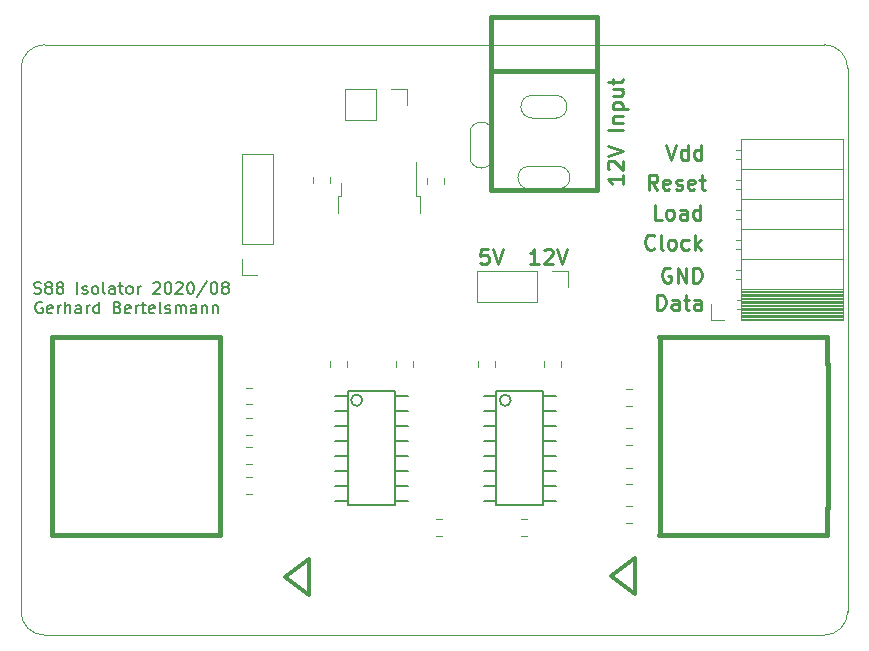
<source format=gto>
G04 #@! TF.GenerationSoftware,KiCad,Pcbnew,5.1.6-c6e7f7d~87~ubuntu18.04.1*
G04 #@! TF.CreationDate,2020-08-30T13:04:45+02:00*
G04 #@! TF.ProjectId,s88iso,73383869-736f-42e6-9b69-6361645f7063,2020/08*
G04 #@! TF.SameCoordinates,Original*
G04 #@! TF.FileFunction,Legend,Top*
G04 #@! TF.FilePolarity,Positive*
%FSLAX46Y46*%
G04 Gerber Fmt 4.6, Leading zero omitted, Abs format (unit mm)*
G04 Created by KiCad (PCBNEW 5.1.6-c6e7f7d~87~ubuntu18.04.1) date 2020-08-30 13:04:45*
%MOMM*%
%LPD*%
G01*
G04 APERTURE LIST*
%ADD10C,0.150000*%
%ADD11C,0.254000*%
%ADD12C,0.300000*%
G04 #@! TA.AperFunction,Profile*
%ADD13C,0.050000*%
G04 #@! TD*
%ADD14C,0.120000*%
%ADD15C,0.381000*%
%ADD16C,0.127000*%
%ADD17C,0.100000*%
G04 APERTURE END LIST*
D10*
X101108904Y-101052761D02*
X101251761Y-101100380D01*
X101489857Y-101100380D01*
X101585095Y-101052761D01*
X101632714Y-101005142D01*
X101680333Y-100909904D01*
X101680333Y-100814666D01*
X101632714Y-100719428D01*
X101585095Y-100671809D01*
X101489857Y-100624190D01*
X101299380Y-100576571D01*
X101204142Y-100528952D01*
X101156523Y-100481333D01*
X101108904Y-100386095D01*
X101108904Y-100290857D01*
X101156523Y-100195619D01*
X101204142Y-100148000D01*
X101299380Y-100100380D01*
X101537476Y-100100380D01*
X101680333Y-100148000D01*
X102251761Y-100528952D02*
X102156523Y-100481333D01*
X102108904Y-100433714D01*
X102061285Y-100338476D01*
X102061285Y-100290857D01*
X102108904Y-100195619D01*
X102156523Y-100148000D01*
X102251761Y-100100380D01*
X102442238Y-100100380D01*
X102537476Y-100148000D01*
X102585095Y-100195619D01*
X102632714Y-100290857D01*
X102632714Y-100338476D01*
X102585095Y-100433714D01*
X102537476Y-100481333D01*
X102442238Y-100528952D01*
X102251761Y-100528952D01*
X102156523Y-100576571D01*
X102108904Y-100624190D01*
X102061285Y-100719428D01*
X102061285Y-100909904D01*
X102108904Y-101005142D01*
X102156523Y-101052761D01*
X102251761Y-101100380D01*
X102442238Y-101100380D01*
X102537476Y-101052761D01*
X102585095Y-101005142D01*
X102632714Y-100909904D01*
X102632714Y-100719428D01*
X102585095Y-100624190D01*
X102537476Y-100576571D01*
X102442238Y-100528952D01*
X103204142Y-100528952D02*
X103108904Y-100481333D01*
X103061285Y-100433714D01*
X103013666Y-100338476D01*
X103013666Y-100290857D01*
X103061285Y-100195619D01*
X103108904Y-100148000D01*
X103204142Y-100100380D01*
X103394619Y-100100380D01*
X103489857Y-100148000D01*
X103537476Y-100195619D01*
X103585095Y-100290857D01*
X103585095Y-100338476D01*
X103537476Y-100433714D01*
X103489857Y-100481333D01*
X103394619Y-100528952D01*
X103204142Y-100528952D01*
X103108904Y-100576571D01*
X103061285Y-100624190D01*
X103013666Y-100719428D01*
X103013666Y-100909904D01*
X103061285Y-101005142D01*
X103108904Y-101052761D01*
X103204142Y-101100380D01*
X103394619Y-101100380D01*
X103489857Y-101052761D01*
X103537476Y-101005142D01*
X103585095Y-100909904D01*
X103585095Y-100719428D01*
X103537476Y-100624190D01*
X103489857Y-100576571D01*
X103394619Y-100528952D01*
X104775571Y-101100380D02*
X104775571Y-100100380D01*
X105204142Y-101052761D02*
X105299380Y-101100380D01*
X105489857Y-101100380D01*
X105585095Y-101052761D01*
X105632714Y-100957523D01*
X105632714Y-100909904D01*
X105585095Y-100814666D01*
X105489857Y-100767047D01*
X105347000Y-100767047D01*
X105251761Y-100719428D01*
X105204142Y-100624190D01*
X105204142Y-100576571D01*
X105251761Y-100481333D01*
X105347000Y-100433714D01*
X105489857Y-100433714D01*
X105585095Y-100481333D01*
X106204142Y-101100380D02*
X106108904Y-101052761D01*
X106061285Y-101005142D01*
X106013666Y-100909904D01*
X106013666Y-100624190D01*
X106061285Y-100528952D01*
X106108904Y-100481333D01*
X106204142Y-100433714D01*
X106347000Y-100433714D01*
X106442238Y-100481333D01*
X106489857Y-100528952D01*
X106537476Y-100624190D01*
X106537476Y-100909904D01*
X106489857Y-101005142D01*
X106442238Y-101052761D01*
X106347000Y-101100380D01*
X106204142Y-101100380D01*
X107108904Y-101100380D02*
X107013666Y-101052761D01*
X106966047Y-100957523D01*
X106966047Y-100100380D01*
X107918428Y-101100380D02*
X107918428Y-100576571D01*
X107870809Y-100481333D01*
X107775571Y-100433714D01*
X107585095Y-100433714D01*
X107489857Y-100481333D01*
X107918428Y-101052761D02*
X107823190Y-101100380D01*
X107585095Y-101100380D01*
X107489857Y-101052761D01*
X107442238Y-100957523D01*
X107442238Y-100862285D01*
X107489857Y-100767047D01*
X107585095Y-100719428D01*
X107823190Y-100719428D01*
X107918428Y-100671809D01*
X108251761Y-100433714D02*
X108632714Y-100433714D01*
X108394619Y-100100380D02*
X108394619Y-100957523D01*
X108442238Y-101052761D01*
X108537476Y-101100380D01*
X108632714Y-101100380D01*
X109108904Y-101100380D02*
X109013666Y-101052761D01*
X108966047Y-101005142D01*
X108918428Y-100909904D01*
X108918428Y-100624190D01*
X108966047Y-100528952D01*
X109013666Y-100481333D01*
X109108904Y-100433714D01*
X109251761Y-100433714D01*
X109347000Y-100481333D01*
X109394619Y-100528952D01*
X109442238Y-100624190D01*
X109442238Y-100909904D01*
X109394619Y-101005142D01*
X109347000Y-101052761D01*
X109251761Y-101100380D01*
X109108904Y-101100380D01*
X109870809Y-101100380D02*
X109870809Y-100433714D01*
X109870809Y-100624190D02*
X109918428Y-100528952D01*
X109966047Y-100481333D01*
X110061285Y-100433714D01*
X110156523Y-100433714D01*
X111204142Y-100195619D02*
X111251761Y-100148000D01*
X111347000Y-100100380D01*
X111585095Y-100100380D01*
X111680333Y-100148000D01*
X111727952Y-100195619D01*
X111775571Y-100290857D01*
X111775571Y-100386095D01*
X111727952Y-100528952D01*
X111156523Y-101100380D01*
X111775571Y-101100380D01*
X112394619Y-100100380D02*
X112489857Y-100100380D01*
X112585095Y-100148000D01*
X112632714Y-100195619D01*
X112680333Y-100290857D01*
X112727952Y-100481333D01*
X112727952Y-100719428D01*
X112680333Y-100909904D01*
X112632714Y-101005142D01*
X112585095Y-101052761D01*
X112489857Y-101100380D01*
X112394619Y-101100380D01*
X112299380Y-101052761D01*
X112251761Y-101005142D01*
X112204142Y-100909904D01*
X112156523Y-100719428D01*
X112156523Y-100481333D01*
X112204142Y-100290857D01*
X112251761Y-100195619D01*
X112299380Y-100148000D01*
X112394619Y-100100380D01*
X113108904Y-100195619D02*
X113156523Y-100148000D01*
X113251761Y-100100380D01*
X113489857Y-100100380D01*
X113585095Y-100148000D01*
X113632714Y-100195619D01*
X113680333Y-100290857D01*
X113680333Y-100386095D01*
X113632714Y-100528952D01*
X113061285Y-101100380D01*
X113680333Y-101100380D01*
X114299380Y-100100380D02*
X114394619Y-100100380D01*
X114489857Y-100148000D01*
X114537476Y-100195619D01*
X114585095Y-100290857D01*
X114632714Y-100481333D01*
X114632714Y-100719428D01*
X114585095Y-100909904D01*
X114537476Y-101005142D01*
X114489857Y-101052761D01*
X114394619Y-101100380D01*
X114299380Y-101100380D01*
X114204142Y-101052761D01*
X114156523Y-101005142D01*
X114108904Y-100909904D01*
X114061285Y-100719428D01*
X114061285Y-100481333D01*
X114108904Y-100290857D01*
X114156523Y-100195619D01*
X114204142Y-100148000D01*
X114299380Y-100100380D01*
X115775571Y-100052761D02*
X114918428Y-101338476D01*
X116299380Y-100100380D02*
X116394619Y-100100380D01*
X116489857Y-100148000D01*
X116537476Y-100195619D01*
X116585095Y-100290857D01*
X116632714Y-100481333D01*
X116632714Y-100719428D01*
X116585095Y-100909904D01*
X116537476Y-101005142D01*
X116489857Y-101052761D01*
X116394619Y-101100380D01*
X116299380Y-101100380D01*
X116204142Y-101052761D01*
X116156523Y-101005142D01*
X116108904Y-100909904D01*
X116061285Y-100719428D01*
X116061285Y-100481333D01*
X116108904Y-100290857D01*
X116156523Y-100195619D01*
X116204142Y-100148000D01*
X116299380Y-100100380D01*
X117204142Y-100528952D02*
X117108904Y-100481333D01*
X117061285Y-100433714D01*
X117013666Y-100338476D01*
X117013666Y-100290857D01*
X117061285Y-100195619D01*
X117108904Y-100148000D01*
X117204142Y-100100380D01*
X117394619Y-100100380D01*
X117489857Y-100148000D01*
X117537476Y-100195619D01*
X117585095Y-100290857D01*
X117585095Y-100338476D01*
X117537476Y-100433714D01*
X117489857Y-100481333D01*
X117394619Y-100528952D01*
X117204142Y-100528952D01*
X117108904Y-100576571D01*
X117061285Y-100624190D01*
X117013666Y-100719428D01*
X117013666Y-100909904D01*
X117061285Y-101005142D01*
X117108904Y-101052761D01*
X117204142Y-101100380D01*
X117394619Y-101100380D01*
X117489857Y-101052761D01*
X117537476Y-101005142D01*
X117585095Y-100909904D01*
X117585095Y-100719428D01*
X117537476Y-100624190D01*
X117489857Y-100576571D01*
X117394619Y-100528952D01*
X101799380Y-101798000D02*
X101704142Y-101750380D01*
X101561285Y-101750380D01*
X101418428Y-101798000D01*
X101323190Y-101893238D01*
X101275571Y-101988476D01*
X101227952Y-102178952D01*
X101227952Y-102321809D01*
X101275571Y-102512285D01*
X101323190Y-102607523D01*
X101418428Y-102702761D01*
X101561285Y-102750380D01*
X101656523Y-102750380D01*
X101799380Y-102702761D01*
X101847000Y-102655142D01*
X101847000Y-102321809D01*
X101656523Y-102321809D01*
X102656523Y-102702761D02*
X102561285Y-102750380D01*
X102370809Y-102750380D01*
X102275571Y-102702761D01*
X102227952Y-102607523D01*
X102227952Y-102226571D01*
X102275571Y-102131333D01*
X102370809Y-102083714D01*
X102561285Y-102083714D01*
X102656523Y-102131333D01*
X102704142Y-102226571D01*
X102704142Y-102321809D01*
X102227952Y-102417047D01*
X103132714Y-102750380D02*
X103132714Y-102083714D01*
X103132714Y-102274190D02*
X103180333Y-102178952D01*
X103227952Y-102131333D01*
X103323190Y-102083714D01*
X103418428Y-102083714D01*
X103751761Y-102750380D02*
X103751761Y-101750380D01*
X104180333Y-102750380D02*
X104180333Y-102226571D01*
X104132714Y-102131333D01*
X104037476Y-102083714D01*
X103894619Y-102083714D01*
X103799380Y-102131333D01*
X103751761Y-102178952D01*
X105085095Y-102750380D02*
X105085095Y-102226571D01*
X105037476Y-102131333D01*
X104942238Y-102083714D01*
X104751761Y-102083714D01*
X104656523Y-102131333D01*
X105085095Y-102702761D02*
X104989857Y-102750380D01*
X104751761Y-102750380D01*
X104656523Y-102702761D01*
X104608904Y-102607523D01*
X104608904Y-102512285D01*
X104656523Y-102417047D01*
X104751761Y-102369428D01*
X104989857Y-102369428D01*
X105085095Y-102321809D01*
X105561285Y-102750380D02*
X105561285Y-102083714D01*
X105561285Y-102274190D02*
X105608904Y-102178952D01*
X105656523Y-102131333D01*
X105751761Y-102083714D01*
X105847000Y-102083714D01*
X106608904Y-102750380D02*
X106608904Y-101750380D01*
X106608904Y-102702761D02*
X106513666Y-102750380D01*
X106323190Y-102750380D01*
X106227952Y-102702761D01*
X106180333Y-102655142D01*
X106132714Y-102559904D01*
X106132714Y-102274190D01*
X106180333Y-102178952D01*
X106227952Y-102131333D01*
X106323190Y-102083714D01*
X106513666Y-102083714D01*
X106608904Y-102131333D01*
X108180333Y-102226571D02*
X108323190Y-102274190D01*
X108370809Y-102321809D01*
X108418428Y-102417047D01*
X108418428Y-102559904D01*
X108370809Y-102655142D01*
X108323190Y-102702761D01*
X108227952Y-102750380D01*
X107847000Y-102750380D01*
X107847000Y-101750380D01*
X108180333Y-101750380D01*
X108275571Y-101798000D01*
X108323190Y-101845619D01*
X108370809Y-101940857D01*
X108370809Y-102036095D01*
X108323190Y-102131333D01*
X108275571Y-102178952D01*
X108180333Y-102226571D01*
X107847000Y-102226571D01*
X109227952Y-102702761D02*
X109132714Y-102750380D01*
X108942238Y-102750380D01*
X108847000Y-102702761D01*
X108799380Y-102607523D01*
X108799380Y-102226571D01*
X108847000Y-102131333D01*
X108942238Y-102083714D01*
X109132714Y-102083714D01*
X109227952Y-102131333D01*
X109275571Y-102226571D01*
X109275571Y-102321809D01*
X108799380Y-102417047D01*
X109704142Y-102750380D02*
X109704142Y-102083714D01*
X109704142Y-102274190D02*
X109751761Y-102178952D01*
X109799380Y-102131333D01*
X109894619Y-102083714D01*
X109989857Y-102083714D01*
X110180333Y-102083714D02*
X110561285Y-102083714D01*
X110323190Y-101750380D02*
X110323190Y-102607523D01*
X110370809Y-102702761D01*
X110466047Y-102750380D01*
X110561285Y-102750380D01*
X111275571Y-102702761D02*
X111180333Y-102750380D01*
X110989857Y-102750380D01*
X110894619Y-102702761D01*
X110847000Y-102607523D01*
X110847000Y-102226571D01*
X110894619Y-102131333D01*
X110989857Y-102083714D01*
X111180333Y-102083714D01*
X111275571Y-102131333D01*
X111323190Y-102226571D01*
X111323190Y-102321809D01*
X110847000Y-102417047D01*
X111894619Y-102750380D02*
X111799380Y-102702761D01*
X111751761Y-102607523D01*
X111751761Y-101750380D01*
X112227952Y-102702761D02*
X112323190Y-102750380D01*
X112513666Y-102750380D01*
X112608904Y-102702761D01*
X112656523Y-102607523D01*
X112656523Y-102559904D01*
X112608904Y-102464666D01*
X112513666Y-102417047D01*
X112370809Y-102417047D01*
X112275571Y-102369428D01*
X112227952Y-102274190D01*
X112227952Y-102226571D01*
X112275571Y-102131333D01*
X112370809Y-102083714D01*
X112513666Y-102083714D01*
X112608904Y-102131333D01*
X113085095Y-102750380D02*
X113085095Y-102083714D01*
X113085095Y-102178952D02*
X113132714Y-102131333D01*
X113227952Y-102083714D01*
X113370809Y-102083714D01*
X113466047Y-102131333D01*
X113513666Y-102226571D01*
X113513666Y-102750380D01*
X113513666Y-102226571D02*
X113561285Y-102131333D01*
X113656523Y-102083714D01*
X113799380Y-102083714D01*
X113894619Y-102131333D01*
X113942238Y-102226571D01*
X113942238Y-102750380D01*
X114847000Y-102750380D02*
X114847000Y-102226571D01*
X114799380Y-102131333D01*
X114704142Y-102083714D01*
X114513666Y-102083714D01*
X114418428Y-102131333D01*
X114847000Y-102702761D02*
X114751761Y-102750380D01*
X114513666Y-102750380D01*
X114418428Y-102702761D01*
X114370809Y-102607523D01*
X114370809Y-102512285D01*
X114418428Y-102417047D01*
X114513666Y-102369428D01*
X114751761Y-102369428D01*
X114847000Y-102321809D01*
X115323190Y-102083714D02*
X115323190Y-102750380D01*
X115323190Y-102178952D02*
X115370809Y-102131333D01*
X115466047Y-102083714D01*
X115608904Y-102083714D01*
X115704142Y-102131333D01*
X115751761Y-102226571D01*
X115751761Y-102750380D01*
X116227952Y-102083714D02*
X116227952Y-102750380D01*
X116227952Y-102178952D02*
X116275571Y-102131333D01*
X116370809Y-102083714D01*
X116513666Y-102083714D01*
X116608904Y-102131333D01*
X116656523Y-102226571D01*
X116656523Y-102750380D01*
D11*
X150942523Y-91034809D02*
X150942523Y-91760523D01*
X150942523Y-91397666D02*
X149672523Y-91397666D01*
X149853952Y-91518619D01*
X149974904Y-91639571D01*
X150035380Y-91760523D01*
X149793476Y-90551000D02*
X149733000Y-90490523D01*
X149672523Y-90369571D01*
X149672523Y-90067190D01*
X149733000Y-89946238D01*
X149793476Y-89885761D01*
X149914428Y-89825285D01*
X150035380Y-89825285D01*
X150216809Y-89885761D01*
X150942523Y-90611476D01*
X150942523Y-89825285D01*
X149672523Y-89462428D02*
X150942523Y-89039095D01*
X149672523Y-88615761D01*
X150942523Y-87224809D02*
X149672523Y-87224809D01*
X150095857Y-86620047D02*
X150942523Y-86620047D01*
X150216809Y-86620047D02*
X150156333Y-86559571D01*
X150095857Y-86438619D01*
X150095857Y-86257190D01*
X150156333Y-86136238D01*
X150277285Y-86075761D01*
X150942523Y-86075761D01*
X150095857Y-85471000D02*
X151365857Y-85471000D01*
X150156333Y-85471000D02*
X150095857Y-85350047D01*
X150095857Y-85108142D01*
X150156333Y-84987190D01*
X150216809Y-84926714D01*
X150337761Y-84866238D01*
X150700619Y-84866238D01*
X150821571Y-84926714D01*
X150882047Y-84987190D01*
X150942523Y-85108142D01*
X150942523Y-85350047D01*
X150882047Y-85471000D01*
X150095857Y-83777666D02*
X150942523Y-83777666D01*
X150095857Y-84321952D02*
X150761095Y-84321952D01*
X150882047Y-84261476D01*
X150942523Y-84140523D01*
X150942523Y-83959095D01*
X150882047Y-83838142D01*
X150821571Y-83777666D01*
X150095857Y-83354333D02*
X150095857Y-82870523D01*
X149672523Y-83172904D02*
X150761095Y-83172904D01*
X150882047Y-83112428D01*
X150942523Y-82991476D01*
X150942523Y-82870523D01*
X154988380Y-98933000D02*
X154867428Y-98872523D01*
X154686000Y-98872523D01*
X154504571Y-98933000D01*
X154383619Y-99053952D01*
X154323142Y-99174904D01*
X154262666Y-99416809D01*
X154262666Y-99598238D01*
X154323142Y-99840142D01*
X154383619Y-99961095D01*
X154504571Y-100082047D01*
X154686000Y-100142523D01*
X154806952Y-100142523D01*
X154988380Y-100082047D01*
X155048857Y-100021571D01*
X155048857Y-99598238D01*
X154806952Y-99598238D01*
X155593142Y-100142523D02*
X155593142Y-98872523D01*
X156318857Y-100142523D01*
X156318857Y-98872523D01*
X156923619Y-100142523D02*
X156923619Y-98872523D01*
X157226000Y-98872523D01*
X157407428Y-98933000D01*
X157528380Y-99053952D01*
X157588857Y-99174904D01*
X157649333Y-99416809D01*
X157649333Y-99598238D01*
X157588857Y-99840142D01*
X157528380Y-99961095D01*
X157407428Y-100082047D01*
X157226000Y-100142523D01*
X156923619Y-100142523D01*
X153857476Y-102428523D02*
X153857476Y-101158523D01*
X154159857Y-101158523D01*
X154341285Y-101219000D01*
X154462238Y-101339952D01*
X154522714Y-101460904D01*
X154583190Y-101702809D01*
X154583190Y-101884238D01*
X154522714Y-102126142D01*
X154462238Y-102247095D01*
X154341285Y-102368047D01*
X154159857Y-102428523D01*
X153857476Y-102428523D01*
X155671761Y-102428523D02*
X155671761Y-101763285D01*
X155611285Y-101642333D01*
X155490333Y-101581857D01*
X155248428Y-101581857D01*
X155127476Y-101642333D01*
X155671761Y-102368047D02*
X155550809Y-102428523D01*
X155248428Y-102428523D01*
X155127476Y-102368047D01*
X155067000Y-102247095D01*
X155067000Y-102126142D01*
X155127476Y-102005190D01*
X155248428Y-101944714D01*
X155550809Y-101944714D01*
X155671761Y-101884238D01*
X156095095Y-101581857D02*
X156578904Y-101581857D01*
X156276523Y-101158523D02*
X156276523Y-102247095D01*
X156337000Y-102368047D01*
X156457952Y-102428523D01*
X156578904Y-102428523D01*
X157546523Y-102428523D02*
X157546523Y-101763285D01*
X157486047Y-101642333D01*
X157365095Y-101581857D01*
X157123190Y-101581857D01*
X157002238Y-101642333D01*
X157546523Y-102368047D02*
X157425571Y-102428523D01*
X157123190Y-102428523D01*
X157002238Y-102368047D01*
X156941761Y-102247095D01*
X156941761Y-102126142D01*
X157002238Y-102005190D01*
X157123190Y-101944714D01*
X157425571Y-101944714D01*
X157546523Y-101884238D01*
X153621619Y-97227571D02*
X153561142Y-97288047D01*
X153379714Y-97348523D01*
X153258761Y-97348523D01*
X153077333Y-97288047D01*
X152956380Y-97167095D01*
X152895904Y-97046142D01*
X152835428Y-96804238D01*
X152835428Y-96622809D01*
X152895904Y-96380904D01*
X152956380Y-96259952D01*
X153077333Y-96139000D01*
X153258761Y-96078523D01*
X153379714Y-96078523D01*
X153561142Y-96139000D01*
X153621619Y-96199476D01*
X154347333Y-97348523D02*
X154226380Y-97288047D01*
X154165904Y-97167095D01*
X154165904Y-96078523D01*
X155012571Y-97348523D02*
X154891619Y-97288047D01*
X154831142Y-97227571D01*
X154770666Y-97106619D01*
X154770666Y-96743761D01*
X154831142Y-96622809D01*
X154891619Y-96562333D01*
X155012571Y-96501857D01*
X155194000Y-96501857D01*
X155314952Y-96562333D01*
X155375428Y-96622809D01*
X155435904Y-96743761D01*
X155435904Y-97106619D01*
X155375428Y-97227571D01*
X155314952Y-97288047D01*
X155194000Y-97348523D01*
X155012571Y-97348523D01*
X156524476Y-97288047D02*
X156403523Y-97348523D01*
X156161619Y-97348523D01*
X156040666Y-97288047D01*
X155980190Y-97227571D01*
X155919714Y-97106619D01*
X155919714Y-96743761D01*
X155980190Y-96622809D01*
X156040666Y-96562333D01*
X156161619Y-96501857D01*
X156403523Y-96501857D01*
X156524476Y-96562333D01*
X157068761Y-97348523D02*
X157068761Y-96078523D01*
X157189714Y-96864714D02*
X157552571Y-97348523D01*
X157552571Y-96501857D02*
X157068761Y-96985666D01*
X153875619Y-92268523D02*
X153452285Y-91663761D01*
X153149904Y-92268523D02*
X153149904Y-90998523D01*
X153633714Y-90998523D01*
X153754666Y-91059000D01*
X153815142Y-91119476D01*
X153875619Y-91240428D01*
X153875619Y-91421857D01*
X153815142Y-91542809D01*
X153754666Y-91603285D01*
X153633714Y-91663761D01*
X153149904Y-91663761D01*
X154903714Y-92208047D02*
X154782761Y-92268523D01*
X154540857Y-92268523D01*
X154419904Y-92208047D01*
X154359428Y-92087095D01*
X154359428Y-91603285D01*
X154419904Y-91482333D01*
X154540857Y-91421857D01*
X154782761Y-91421857D01*
X154903714Y-91482333D01*
X154964190Y-91603285D01*
X154964190Y-91724238D01*
X154359428Y-91845190D01*
X155448000Y-92208047D02*
X155568952Y-92268523D01*
X155810857Y-92268523D01*
X155931809Y-92208047D01*
X155992285Y-92087095D01*
X155992285Y-92026619D01*
X155931809Y-91905666D01*
X155810857Y-91845190D01*
X155629428Y-91845190D01*
X155508476Y-91784714D01*
X155448000Y-91663761D01*
X155448000Y-91603285D01*
X155508476Y-91482333D01*
X155629428Y-91421857D01*
X155810857Y-91421857D01*
X155931809Y-91482333D01*
X157020380Y-92208047D02*
X156899428Y-92268523D01*
X156657523Y-92268523D01*
X156536571Y-92208047D01*
X156476095Y-92087095D01*
X156476095Y-91603285D01*
X156536571Y-91482333D01*
X156657523Y-91421857D01*
X156899428Y-91421857D01*
X157020380Y-91482333D01*
X157080857Y-91603285D01*
X157080857Y-91724238D01*
X156476095Y-91845190D01*
X157443714Y-91421857D02*
X157927523Y-91421857D01*
X157625142Y-90998523D02*
X157625142Y-92087095D01*
X157685619Y-92208047D01*
X157806571Y-92268523D01*
X157927523Y-92268523D01*
X154244523Y-94808523D02*
X153639761Y-94808523D01*
X153639761Y-93538523D01*
X154849285Y-94808523D02*
X154728333Y-94748047D01*
X154667857Y-94687571D01*
X154607380Y-94566619D01*
X154607380Y-94203761D01*
X154667857Y-94082809D01*
X154728333Y-94022333D01*
X154849285Y-93961857D01*
X155030714Y-93961857D01*
X155151666Y-94022333D01*
X155212142Y-94082809D01*
X155272619Y-94203761D01*
X155272619Y-94566619D01*
X155212142Y-94687571D01*
X155151666Y-94748047D01*
X155030714Y-94808523D01*
X154849285Y-94808523D01*
X156361190Y-94808523D02*
X156361190Y-94143285D01*
X156300714Y-94022333D01*
X156179761Y-93961857D01*
X155937857Y-93961857D01*
X155816904Y-94022333D01*
X156361190Y-94748047D02*
X156240238Y-94808523D01*
X155937857Y-94808523D01*
X155816904Y-94748047D01*
X155756428Y-94627095D01*
X155756428Y-94506142D01*
X155816904Y-94385190D01*
X155937857Y-94324714D01*
X156240238Y-94324714D01*
X156361190Y-94264238D01*
X157510238Y-94808523D02*
X157510238Y-93538523D01*
X157510238Y-94748047D02*
X157389285Y-94808523D01*
X157147380Y-94808523D01*
X157026428Y-94748047D01*
X156965952Y-94687571D01*
X156905476Y-94566619D01*
X156905476Y-94203761D01*
X156965952Y-94082809D01*
X157026428Y-94022333D01*
X157147380Y-93961857D01*
X157389285Y-93961857D01*
X157510238Y-94022333D01*
X154637619Y-88458523D02*
X155060952Y-89728523D01*
X155484285Y-88458523D01*
X156451904Y-89728523D02*
X156451904Y-88458523D01*
X156451904Y-89668047D02*
X156330952Y-89728523D01*
X156089047Y-89728523D01*
X155968095Y-89668047D01*
X155907619Y-89607571D01*
X155847142Y-89486619D01*
X155847142Y-89123761D01*
X155907619Y-89002809D01*
X155968095Y-88942333D01*
X156089047Y-88881857D01*
X156330952Y-88881857D01*
X156451904Y-88942333D01*
X157600952Y-89728523D02*
X157600952Y-88458523D01*
X157600952Y-89668047D02*
X157480000Y-89728523D01*
X157238095Y-89728523D01*
X157117142Y-89668047D01*
X157056666Y-89607571D01*
X156996190Y-89486619D01*
X156996190Y-89123761D01*
X157056666Y-89002809D01*
X157117142Y-88942333D01*
X157238095Y-88881857D01*
X157480000Y-88881857D01*
X157600952Y-88942333D01*
X139536666Y-97304523D02*
X138931904Y-97304523D01*
X138871428Y-97909285D01*
X138931904Y-97848809D01*
X139052857Y-97788333D01*
X139355238Y-97788333D01*
X139476190Y-97848809D01*
X139536666Y-97909285D01*
X139597142Y-98030238D01*
X139597142Y-98332619D01*
X139536666Y-98453571D01*
X139476190Y-98514047D01*
X139355238Y-98574523D01*
X139052857Y-98574523D01*
X138931904Y-98514047D01*
X138871428Y-98453571D01*
X139960000Y-97304523D02*
X140383333Y-98574523D01*
X140806666Y-97304523D01*
X143830476Y-98574523D02*
X143104761Y-98574523D01*
X143467619Y-98574523D02*
X143467619Y-97304523D01*
X143346666Y-97485952D01*
X143225714Y-97606904D01*
X143104761Y-97667380D01*
X144314285Y-97425476D02*
X144374761Y-97365000D01*
X144495714Y-97304523D01*
X144798095Y-97304523D01*
X144919047Y-97365000D01*
X144979523Y-97425476D01*
X145040000Y-97546428D01*
X145040000Y-97667380D01*
X144979523Y-97848809D01*
X144253809Y-98574523D01*
X145040000Y-98574523D01*
X145402857Y-97304523D02*
X145826190Y-98574523D01*
X146249523Y-97304523D01*
D12*
X151963800Y-123485400D02*
X151963800Y-126485400D01*
X149963800Y-124985400D02*
X151963800Y-123485400D01*
X151963800Y-126485400D02*
X149963800Y-124985400D01*
X122388000Y-125087000D02*
X124388000Y-123587000D01*
X124388000Y-126587000D02*
X122388000Y-125087000D01*
X124388000Y-123587000D02*
X124388000Y-126587000D01*
D13*
X100000000Y-128000000D02*
X100000000Y-82000000D01*
X168000000Y-130000000D02*
X102000000Y-130000000D01*
X170000000Y-82000000D02*
X170000000Y-128000000D01*
X168000000Y-80000000D02*
X102000000Y-80000000D01*
X100000000Y-82000000D02*
G75*
G02*
X102000000Y-80000000I2000000J0D01*
G01*
X168000000Y-80000000D02*
G75*
G02*
X170000000Y-82000000I0J-2000000D01*
G01*
X170000000Y-128000000D02*
G75*
G02*
X168000000Y-130000000I-2000000J0D01*
G01*
X102000000Y-130000000D02*
G75*
G02*
X100000000Y-128000000I0J2000000D01*
G01*
D14*
X138590000Y-99170000D02*
X138590000Y-101830000D01*
X143730000Y-99170000D02*
X138590000Y-99170000D01*
X143730000Y-101830000D02*
X138590000Y-101830000D01*
X143730000Y-99170000D02*
X143730000Y-101830000D01*
X145000000Y-99170000D02*
X146330000Y-99170000D01*
X146330000Y-99170000D02*
X146330000Y-100500000D01*
D15*
X102600000Y-107053000D02*
X102600000Y-119245000D01*
X116824000Y-104894000D02*
X116824000Y-121404000D01*
X102627000Y-121531000D02*
X102627000Y-119245000D01*
X116851000Y-121531000D02*
X102627000Y-121531000D01*
X102627000Y-104767000D02*
X102627000Y-107053000D01*
X116851000Y-104767000D02*
X102627000Y-104767000D01*
D14*
X119587578Y-116639000D02*
X119070422Y-116639000D01*
X119587578Y-118059000D02*
X119070422Y-118059000D01*
D16*
X131648200Y-112268000D02*
X132740400Y-112268000D01*
X131648200Y-113538000D02*
X132740400Y-113538000D01*
X131648200Y-114808000D02*
X132740400Y-114808000D01*
X131648200Y-110998000D02*
X132740400Y-110998000D01*
X132740400Y-109728000D02*
X131648200Y-109728000D01*
X132740400Y-116078000D02*
X131648200Y-116078000D01*
X132740400Y-117348000D02*
X131648200Y-117348000D01*
X132740400Y-118618000D02*
X131648200Y-118618000D01*
X127685800Y-118618000D02*
X126593600Y-118618000D01*
X127685800Y-117348000D02*
X126593600Y-117348000D01*
X127685800Y-116078000D02*
X126593600Y-116078000D01*
X127685800Y-109728000D02*
X126593600Y-109728000D01*
X126593600Y-110998000D02*
X127685800Y-110998000D01*
X126593600Y-114808000D02*
X127685800Y-114808000D01*
X126593600Y-113538000D02*
X127685800Y-113538000D01*
X126593600Y-112268000D02*
X127685800Y-112268000D01*
X128894867Y-110109000D02*
G75*
G03*
X128894867Y-110109000I-472467J0D01*
G01*
X131648200Y-109347000D02*
X127685800Y-109347000D01*
X127685800Y-109347000D02*
X127685800Y-118999000D01*
X127685800Y-118999000D02*
X131648200Y-118999000D01*
X131648200Y-118999000D02*
X131648200Y-109347000D01*
D14*
X120015000Y-99501000D02*
X118685000Y-99501000D01*
X118685000Y-99501000D02*
X118685000Y-98171000D01*
X118685000Y-96901000D02*
X118685000Y-89221000D01*
X121345000Y-89221000D02*
X118685000Y-89221000D01*
X121345000Y-96901000D02*
X121345000Y-89221000D01*
X121345000Y-96901000D02*
X118685000Y-96901000D01*
X134418000Y-91259922D02*
X134418000Y-91777078D01*
X135838000Y-91259922D02*
X135838000Y-91777078D01*
X126186000Y-91181422D02*
X126186000Y-91698578D01*
X124766000Y-91181422D02*
X124766000Y-91698578D01*
X138736000Y-107319578D02*
X138736000Y-106802422D01*
X140156000Y-107319578D02*
X140156000Y-106802422D01*
X126163000Y-107319578D02*
X126163000Y-106802422D01*
X127583000Y-107319578D02*
X127583000Y-106802422D01*
X135123422Y-121614000D02*
X135640578Y-121614000D01*
X135123422Y-120194000D02*
X135640578Y-120194000D01*
D15*
X154040000Y-121531000D02*
X168264000Y-121531000D01*
X168264000Y-121531000D02*
X168264000Y-119245000D01*
X154040000Y-104767000D02*
X168264000Y-104767000D01*
X168264000Y-104767000D02*
X168264000Y-107053000D01*
X154067000Y-121404000D02*
X154067000Y-104894000D01*
X168291000Y-119245000D02*
X168291000Y-107053000D01*
X148772880Y-82200920D02*
X139771120Y-82200920D01*
X148772880Y-77700040D02*
X139771120Y-77700040D01*
X139771120Y-77700040D02*
X139771120Y-92299960D01*
X139771120Y-92299960D02*
X148772880Y-92299960D01*
X148772880Y-92299960D02*
X148772880Y-77700040D01*
D14*
X151769578Y-110565000D02*
X151252422Y-110565000D01*
X151769578Y-109145000D02*
X151252422Y-109145000D01*
X151769578Y-112447000D02*
X151252422Y-112447000D01*
X151769578Y-113867000D02*
X151252422Y-113867000D01*
X151769578Y-117236000D02*
X151252422Y-117236000D01*
X151769578Y-115816000D02*
X151252422Y-115816000D01*
X151769578Y-120471000D02*
X151252422Y-120471000D01*
X151769578Y-119051000D02*
X151252422Y-119051000D01*
X142337022Y-121614000D02*
X142854178Y-121614000D01*
X142337022Y-120194000D02*
X142854178Y-120194000D01*
X119587578Y-109039000D02*
X119070422Y-109039000D01*
X119587578Y-110459000D02*
X119070422Y-110459000D01*
X119587578Y-113059000D02*
X119070422Y-113059000D01*
X119587578Y-111639000D02*
X119070422Y-111639000D01*
X119587578Y-115467200D02*
X119070422Y-115467200D01*
X119587578Y-114047200D02*
X119070422Y-114047200D01*
X169602000Y-103210000D02*
X160972000Y-103210000D01*
X169602000Y-103091905D02*
X160972000Y-103091905D01*
X169602000Y-102973810D02*
X160972000Y-102973810D01*
X169602000Y-102855715D02*
X160972000Y-102855715D01*
X169602000Y-102737620D02*
X160972000Y-102737620D01*
X169602000Y-102619525D02*
X160972000Y-102619525D01*
X169602000Y-102501430D02*
X160972000Y-102501430D01*
X169602000Y-102383335D02*
X160972000Y-102383335D01*
X169602000Y-102265240D02*
X160972000Y-102265240D01*
X169602000Y-102147145D02*
X160972000Y-102147145D01*
X169602000Y-102029050D02*
X160972000Y-102029050D01*
X169602000Y-101910955D02*
X160972000Y-101910955D01*
X169602000Y-101792860D02*
X160972000Y-101792860D01*
X169602000Y-101674765D02*
X160972000Y-101674765D01*
X169602000Y-101556670D02*
X160972000Y-101556670D01*
X169602000Y-101438575D02*
X160972000Y-101438575D01*
X169602000Y-101320480D02*
X160972000Y-101320480D01*
X169602000Y-101202385D02*
X160972000Y-101202385D01*
X169602000Y-101084290D02*
X160972000Y-101084290D01*
X169602000Y-100966195D02*
X160972000Y-100966195D01*
X169602000Y-100848100D02*
X160972000Y-100848100D01*
X160972000Y-102360000D02*
X160622000Y-102360000D01*
X160972000Y-101640000D02*
X160622000Y-101640000D01*
X160972000Y-99820000D02*
X160562000Y-99820000D01*
X160972000Y-99100000D02*
X160562000Y-99100000D01*
X160972000Y-97280000D02*
X160562000Y-97280000D01*
X160972000Y-96560000D02*
X160562000Y-96560000D01*
X160972000Y-94740000D02*
X160562000Y-94740000D01*
X160972000Y-94020000D02*
X160562000Y-94020000D01*
X160972000Y-92200000D02*
X160562000Y-92200000D01*
X160972000Y-91480000D02*
X160562000Y-91480000D01*
X160972000Y-89660000D02*
X160562000Y-89660000D01*
X160972000Y-88940000D02*
X160562000Y-88940000D01*
X169602000Y-100730000D02*
X160972000Y-100730000D01*
X169602000Y-98190000D02*
X160972000Y-98190000D01*
X169602000Y-95650000D02*
X160972000Y-95650000D01*
X169602000Y-93110000D02*
X160972000Y-93110000D01*
X169602000Y-90570000D02*
X160972000Y-90570000D01*
X169602000Y-103330000D02*
X160972000Y-103330000D01*
X160972000Y-103330000D02*
X160972000Y-87970000D01*
X169602000Y-87970000D02*
X160972000Y-87970000D01*
X169602000Y-103330000D02*
X169602000Y-87970000D01*
X158402000Y-103330000D02*
X158402000Y-102000000D01*
X159512000Y-103330000D02*
X158402000Y-103330000D01*
X133752000Y-94280000D02*
X133752000Y-92780000D01*
X133752000Y-92780000D02*
X133482000Y-92780000D01*
X133482000Y-92780000D02*
X133482000Y-89950000D01*
X126852000Y-94280000D02*
X126852000Y-92780000D01*
X126852000Y-92780000D02*
X127122000Y-92780000D01*
X127122000Y-92780000D02*
X127122000Y-91680000D01*
D16*
X144221200Y-112268000D02*
X145313400Y-112268000D01*
X144221200Y-113538000D02*
X145313400Y-113538000D01*
X144221200Y-114808000D02*
X145313400Y-114808000D01*
X144221200Y-110998000D02*
X145313400Y-110998000D01*
X145313400Y-109728000D02*
X144221200Y-109728000D01*
X145313400Y-116078000D02*
X144221200Y-116078000D01*
X145313400Y-117348000D02*
X144221200Y-117348000D01*
X145313400Y-118618000D02*
X144221200Y-118618000D01*
X140258800Y-118618000D02*
X139166600Y-118618000D01*
X140258800Y-117348000D02*
X139166600Y-117348000D01*
X140258800Y-116078000D02*
X139166600Y-116078000D01*
X140258800Y-109728000D02*
X139166600Y-109728000D01*
X139166600Y-110998000D02*
X140258800Y-110998000D01*
X139166600Y-114808000D02*
X140258800Y-114808000D01*
X139166600Y-113538000D02*
X140258800Y-113538000D01*
X139166600Y-112268000D02*
X140258800Y-112268000D01*
X141467867Y-110109000D02*
G75*
G03*
X141467867Y-110109000I-472467J0D01*
G01*
X144221200Y-109347000D02*
X140258800Y-109347000D01*
X140258800Y-109347000D02*
X140258800Y-118999000D01*
X140258800Y-118999000D02*
X144221200Y-118999000D01*
X144221200Y-118999000D02*
X144221200Y-109347000D01*
D14*
X144324000Y-107319578D02*
X144324000Y-106802422D01*
X145744000Y-107319578D02*
X145744000Y-106802422D01*
X133171000Y-107319578D02*
X133171000Y-106802422D01*
X131751000Y-107319578D02*
X131751000Y-106802422D01*
X127448000Y-83760000D02*
X127448000Y-86420000D01*
X130048000Y-83760000D02*
X127448000Y-83760000D01*
X130048000Y-86420000D02*
X127448000Y-86420000D01*
X130048000Y-83760000D02*
X130048000Y-86420000D01*
X131318000Y-83760000D02*
X132648000Y-83760000D01*
X132648000Y-83760000D02*
X132648000Y-85090000D01*
D17*
X139920510Y-89500880D02*
X139920510Y-87499360D01*
X138021530Y-89500880D02*
X138021530Y-87499360D01*
X139920510Y-87499360D02*
G75*
G03*
X138021530Y-87499360I-949490J0D01*
G01*
X138021530Y-89500880D02*
G75*
G03*
X139920510Y-89500880I949490J0D01*
G01*
X145272760Y-84299430D02*
X143271240Y-84299430D01*
X145272760Y-86198410D02*
X143271240Y-86198410D01*
X143271240Y-84299430D02*
G75*
G03*
X143271240Y-86198410I0J-949490D01*
G01*
X145272760Y-86198410D02*
G75*
G03*
X145272760Y-84299430I0J949490D01*
G01*
X145522950Y-90301450D02*
X143021050Y-90301450D01*
X145522950Y-92200430D02*
X143021050Y-92200430D01*
X143021050Y-90301450D02*
G75*
G03*
X143021050Y-92200430I0J-949490D01*
G01*
X145522950Y-92200430D02*
G75*
G03*
X145522950Y-90301450I0J949490D01*
G01*
M02*

</source>
